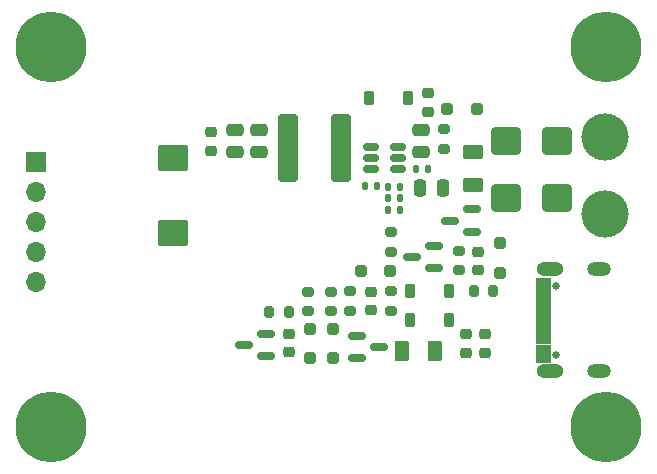
<source format=gbr>
G04 #@! TF.GenerationSoftware,KiCad,Pcbnew,8.0.8*
G04 #@! TF.CreationDate,2025-07-16T13:43:26+07:00*
G04 #@! TF.ProjectId,USBC_Prog_A7677S_V1.1,55534243-5f50-4726-9f67-5f4137363737,rev?*
G04 #@! TF.SameCoordinates,Original*
G04 #@! TF.FileFunction,Soldermask,Top*
G04 #@! TF.FilePolarity,Negative*
%FSLAX46Y46*%
G04 Gerber Fmt 4.6, Leading zero omitted, Abs format (unit mm)*
G04 Created by KiCad (PCBNEW 8.0.8) date 2025-07-16 13:43:26*
%MOMM*%
%LPD*%
G01*
G04 APERTURE LIST*
G04 Aperture macros list*
%AMRoundRect*
0 Rectangle with rounded corners*
0 $1 Rounding radius*
0 $2 $3 $4 $5 $6 $7 $8 $9 X,Y pos of 4 corners*
0 Add a 4 corners polygon primitive as box body*
4,1,4,$2,$3,$4,$5,$6,$7,$8,$9,$2,$3,0*
0 Add four circle primitives for the rounded corners*
1,1,$1+$1,$2,$3*
1,1,$1+$1,$4,$5*
1,1,$1+$1,$6,$7*
1,1,$1+$1,$8,$9*
0 Add four rect primitives between the rounded corners*
20,1,$1+$1,$2,$3,$4,$5,0*
20,1,$1+$1,$4,$5,$6,$7,0*
20,1,$1+$1,$6,$7,$8,$9,0*
20,1,$1+$1,$8,$9,$2,$3,0*%
G04 Aperture macros list end*
%ADD10C,0.010000*%
%ADD11C,6.000000*%
%ADD12RoundRect,0.200000X0.275000X-0.200000X0.275000X0.200000X-0.275000X0.200000X-0.275000X-0.200000X0*%
%ADD13RoundRect,0.225000X0.250000X-0.225000X0.250000X0.225000X-0.250000X0.225000X-0.250000X-0.225000X0*%
%ADD14RoundRect,0.250000X0.475000X-0.250000X0.475000X0.250000X-0.475000X0.250000X-0.475000X-0.250000X0*%
%ADD15RoundRect,0.140000X0.140000X0.170000X-0.140000X0.170000X-0.140000X-0.170000X0.140000X-0.170000X0*%
%ADD16RoundRect,0.250000X0.250000X-0.250000X0.250000X0.250000X-0.250000X0.250000X-0.250000X-0.250000X0*%
%ADD17RoundRect,0.250000X-0.625000X0.375000X-0.625000X-0.375000X0.625000X-0.375000X0.625000X0.375000X0*%
%ADD18RoundRect,0.135000X0.135000X0.185000X-0.135000X0.185000X-0.135000X-0.185000X0.135000X-0.185000X0*%
%ADD19RoundRect,0.150000X0.587500X0.150000X-0.587500X0.150000X-0.587500X-0.150000X0.587500X-0.150000X0*%
%ADD20RoundRect,0.135000X-0.135000X-0.185000X0.135000X-0.185000X0.135000X0.185000X-0.135000X0.185000X0*%
%ADD21RoundRect,0.250000X-0.600000X-2.600000X0.600000X-2.600000X0.600000X2.600000X-0.600000X2.600000X0*%
%ADD22R,1.700000X1.700000*%
%ADD23O,1.700000X1.700000*%
%ADD24RoundRect,0.225000X-0.250000X0.225000X-0.250000X-0.225000X0.250000X-0.225000X0.250000X0.225000X0*%
%ADD25RoundRect,0.140000X-0.140000X-0.170000X0.140000X-0.170000X0.140000X0.170000X-0.140000X0.170000X0*%
%ADD26C,4.000000*%
%ADD27RoundRect,0.150000X-0.587500X-0.150000X0.587500X-0.150000X0.587500X0.150000X-0.587500X0.150000X0*%
%ADD28RoundRect,0.150000X0.512500X0.150000X-0.512500X0.150000X-0.512500X-0.150000X0.512500X-0.150000X0*%
%ADD29RoundRect,0.225000X-0.225000X-0.375000X0.225000X-0.375000X0.225000X0.375000X-0.225000X0.375000X0*%
%ADD30RoundRect,0.250000X-1.000000X-0.900000X1.000000X-0.900000X1.000000X0.900000X-1.000000X0.900000X0*%
%ADD31RoundRect,0.200000X-0.275000X0.200000X-0.275000X-0.200000X0.275000X-0.200000X0.275000X0.200000X0*%
%ADD32RoundRect,0.250000X-1.025000X0.875000X-1.025000X-0.875000X1.025000X-0.875000X1.025000X0.875000X0*%
%ADD33O,2.004000X1.204000*%
%ADD34O,2.304000X1.204000*%
%ADD35C,0.650000*%
%ADD36RoundRect,0.250000X-0.250000X0.250000X-0.250000X-0.250000X0.250000X-0.250000X0.250000X0.250000X0*%
%ADD37RoundRect,0.250000X0.250000X0.475000X-0.250000X0.475000X-0.250000X-0.475000X0.250000X-0.475000X0*%
%ADD38RoundRect,0.200000X-0.200000X-0.275000X0.200000X-0.275000X0.200000X0.275000X-0.200000X0.275000X0*%
%ADD39RoundRect,0.250000X-0.250000X-0.250000X0.250000X-0.250000X0.250000X0.250000X-0.250000X0.250000X0*%
%ADD40RoundRect,0.250000X0.375000X0.625000X-0.375000X0.625000X-0.375000X-0.625000X0.375000X-0.625000X0*%
%ADD41RoundRect,0.250000X0.250000X0.250000X-0.250000X0.250000X-0.250000X-0.250000X0.250000X-0.250000X0*%
G04 APERTURE END LIST*
D10*
G04 #@! TO.C,J1*
X126770000Y-91900000D02*
X125520000Y-91900000D01*
X125520000Y-91200000D01*
X126770000Y-91200000D01*
X126770000Y-91900000D01*
G36*
X126770000Y-91900000D02*
G01*
X125520000Y-91900000D01*
X125520000Y-91200000D01*
X126770000Y-91200000D01*
X126770000Y-91900000D01*
G37*
X126770000Y-91100000D02*
X125520000Y-91100000D01*
X125520000Y-90400000D01*
X126770000Y-90400000D01*
X126770000Y-91100000D01*
G36*
X126770000Y-91100000D02*
G01*
X125520000Y-91100000D01*
X125520000Y-90400000D01*
X126770000Y-90400000D01*
X126770000Y-91100000D01*
G37*
X126770000Y-90300000D02*
X125520000Y-90300000D01*
X125520000Y-89900000D01*
X126770000Y-89900000D01*
X126770000Y-90300000D01*
G36*
X126770000Y-90300000D02*
G01*
X125520000Y-90300000D01*
X125520000Y-89900000D01*
X126770000Y-89900000D01*
X126770000Y-90300000D01*
G37*
X126770000Y-89800000D02*
X125520000Y-89800000D01*
X125520000Y-89400000D01*
X126770000Y-89400000D01*
X126770000Y-89800000D01*
G36*
X126770000Y-89800000D02*
G01*
X125520000Y-89800000D01*
X125520000Y-89400000D01*
X126770000Y-89400000D01*
X126770000Y-89800000D01*
G37*
X126770000Y-89300000D02*
X125520000Y-89300000D01*
X125520000Y-88900000D01*
X126770000Y-88900000D01*
X126770000Y-89300000D01*
G36*
X126770000Y-89300000D02*
G01*
X125520000Y-89300000D01*
X125520000Y-88900000D01*
X126770000Y-88900000D01*
X126770000Y-89300000D01*
G37*
X126770000Y-88800000D02*
X125520000Y-88800000D01*
X125520000Y-88400000D01*
X126770000Y-88400000D01*
X126770000Y-88800000D01*
G36*
X126770000Y-88800000D02*
G01*
X125520000Y-88800000D01*
X125520000Y-88400000D01*
X126770000Y-88400000D01*
X126770000Y-88800000D01*
G37*
X126770000Y-88300000D02*
X125520000Y-88300000D01*
X125520000Y-87900000D01*
X126770000Y-87900000D01*
X126770000Y-88300000D01*
G36*
X126770000Y-88300000D02*
G01*
X125520000Y-88300000D01*
X125520000Y-87900000D01*
X126770000Y-87900000D01*
X126770000Y-88300000D01*
G37*
X126770000Y-87800000D02*
X125520000Y-87800000D01*
X125520000Y-87400000D01*
X126770000Y-87400000D01*
X126770000Y-87800000D01*
G36*
X126770000Y-87800000D02*
G01*
X125520000Y-87800000D01*
X125520000Y-87400000D01*
X126770000Y-87400000D01*
X126770000Y-87800000D01*
G37*
X126770000Y-87300000D02*
X125520000Y-87300000D01*
X125520000Y-86900000D01*
X126770000Y-86900000D01*
X126770000Y-87300000D01*
G36*
X126770000Y-87300000D02*
G01*
X125520000Y-87300000D01*
X125520000Y-86900000D01*
X126770000Y-86900000D01*
X126770000Y-87300000D01*
G37*
X126770000Y-86800000D02*
X125520000Y-86800000D01*
X125520000Y-86400000D01*
X126770000Y-86400000D01*
X126770000Y-86800000D01*
G36*
X126770000Y-86800000D02*
G01*
X125520000Y-86800000D01*
X125520000Y-86400000D01*
X126770000Y-86400000D01*
X126770000Y-86800000D01*
G37*
X126770000Y-86300000D02*
X125520000Y-86300000D01*
X125520000Y-85600000D01*
X126770000Y-85600000D01*
X126770000Y-86300000D01*
G36*
X126770000Y-86300000D02*
G01*
X125520000Y-86300000D01*
X125520000Y-85600000D01*
X126770000Y-85600000D01*
X126770000Y-86300000D01*
G37*
X126770000Y-85500000D02*
X125520000Y-85500000D01*
X125520000Y-84800000D01*
X126770000Y-84800000D01*
X126770000Y-85500000D01*
G36*
X126770000Y-85500000D02*
G01*
X125520000Y-85500000D01*
X125520000Y-84800000D01*
X126770000Y-84800000D01*
X126770000Y-85500000D01*
G37*
G04 #@! TD*
D11*
G04 #@! TO.C,TP6*
X131500000Y-97400000D03*
G04 #@! TD*
G04 #@! TO.C,TP5*
X131500000Y-65200000D03*
G04 #@! TD*
G04 #@! TO.C,TP4*
X84500000Y-97400000D03*
G04 #@! TD*
G04 #@! TO.C,TP3*
X84500000Y-65200000D03*
G04 #@! TD*
D12*
G04 #@! TO.C,R40*
X119075000Y-84125000D03*
X119075000Y-82475000D03*
G04 #@! TD*
G04 #@! TO.C,R4*
X106250000Y-87575000D03*
X106250000Y-85925000D03*
G04 #@! TD*
D13*
G04 #@! TO.C,C41*
X121200000Y-91075000D03*
X121200000Y-89525000D03*
G04 #@! TD*
D14*
G04 #@! TO.C,C40*
X100050000Y-74100000D03*
X100050000Y-72200000D03*
G04 #@! TD*
D15*
G04 #@! TO.C,C37*
X112055000Y-76950000D03*
X111095000Y-76950000D03*
G04 #@! TD*
G04 #@! TO.C,C36*
X116380000Y-75500000D03*
X115420000Y-75500000D03*
G04 #@! TD*
D16*
G04 #@! TO.C,D4*
X108400000Y-91550000D03*
X108400000Y-89050000D03*
G04 #@! TD*
D13*
G04 #@! TO.C,C1*
X119640000Y-91090000D03*
X119640000Y-89540000D03*
G04 #@! TD*
D17*
G04 #@! TO.C,F2*
X120210000Y-74120000D03*
X120210000Y-76920000D03*
G04 #@! TD*
D14*
G04 #@! TO.C,C34*
X115800000Y-74100000D03*
X115800000Y-72200000D03*
G04 #@! TD*
D18*
G04 #@! TO.C,R26*
X114035000Y-77025000D03*
X113015000Y-77025000D03*
G04 #@! TD*
D19*
G04 #@! TO.C,Q2*
X102737500Y-91375000D03*
X102737500Y-89475000D03*
X100862500Y-90425000D03*
G04 #@! TD*
D14*
G04 #@! TO.C,C39*
X102100000Y-74100000D03*
X102100000Y-72200000D03*
G04 #@! TD*
D20*
G04 #@! TO.C,R29*
X113015000Y-78025000D03*
X114035000Y-78025000D03*
G04 #@! TD*
D21*
G04 #@! TO.C,L1*
X104526094Y-73774164D03*
X109026094Y-73774164D03*
G04 #@! TD*
D22*
G04 #@! TO.C,J3*
X83250000Y-74925000D03*
D23*
X83250000Y-77465000D03*
X83250000Y-80005000D03*
X83250000Y-82545000D03*
X83250000Y-85085000D03*
G04 #@! TD*
D24*
G04 #@! TO.C,C29*
X120650000Y-82525000D03*
X120650000Y-84075000D03*
G04 #@! TD*
D25*
G04 #@! TO.C,C38*
X113045000Y-79025000D03*
X114005000Y-79025000D03*
G04 #@! TD*
D26*
G04 #@! TO.C,TP1*
X131400000Y-79330000D03*
G04 #@! TD*
D27*
G04 #@! TO.C,Q1*
X110412500Y-89650000D03*
X110412500Y-91550000D03*
X112287500Y-90600000D03*
G04 #@! TD*
D28*
G04 #@! TO.C,U3*
X113837500Y-75550000D03*
X113837500Y-74600000D03*
X113837500Y-73650000D03*
X111562500Y-73650000D03*
X111562500Y-74600000D03*
X111562500Y-75550000D03*
G04 #@! TD*
D29*
G04 #@! TO.C,D5*
X114850000Y-85900000D03*
X118150000Y-85900000D03*
G04 #@! TD*
D30*
G04 #@! TO.C,D8*
X123032500Y-78000000D03*
X127332500Y-78000000D03*
G04 #@! TD*
D31*
G04 #@! TO.C,R30*
X113300000Y-80875000D03*
X113300000Y-82525000D03*
G04 #@! TD*
D32*
G04 #@! TO.C,C4*
X94800000Y-74575000D03*
X94800000Y-80975000D03*
G04 #@! TD*
D19*
G04 #@! TO.C,Q12*
X120137500Y-80850000D03*
X120137500Y-78950000D03*
X118262500Y-79900000D03*
G04 #@! TD*
D33*
G04 #@! TO.C,J1*
X130900000Y-84030000D03*
X130900000Y-92670000D03*
D34*
X126720000Y-84030000D03*
X126720000Y-92670000D03*
D35*
X127220000Y-85460000D03*
X127220000Y-91240000D03*
G04 #@! TD*
D12*
G04 #@! TO.C,R43*
X113300000Y-87525000D03*
X113300000Y-85875000D03*
G04 #@! TD*
D30*
G04 #@! TO.C,D6*
X123050000Y-73130000D03*
X127350000Y-73130000D03*
G04 #@! TD*
D36*
G04 #@! TO.C,D14*
X122510000Y-81822500D03*
X122510000Y-84322500D03*
G04 #@! TD*
D37*
G04 #@! TO.C,C15*
X117650000Y-77100000D03*
X115750000Y-77100000D03*
G04 #@! TD*
D16*
G04 #@! TO.C,D3*
X106400000Y-91550000D03*
X106400000Y-89050000D03*
G04 #@! TD*
D13*
G04 #@! TO.C,C3*
X104650000Y-91025000D03*
X104650000Y-89475000D03*
G04 #@! TD*
D38*
G04 #@! TO.C,R3*
X102975000Y-87600000D03*
X104625000Y-87600000D03*
G04 #@! TD*
D31*
G04 #@! TO.C,R2*
X117800000Y-72155000D03*
X117800000Y-73805000D03*
G04 #@! TD*
D39*
G04 #@! TO.C,D1*
X118042500Y-70450000D03*
X120542500Y-70450000D03*
G04 #@! TD*
D13*
G04 #@! TO.C,C5*
X98050000Y-73975000D03*
X98050000Y-72425000D03*
G04 #@! TD*
D26*
G04 #@! TO.C,TP10*
X131400000Y-72830000D03*
G04 #@! TD*
D38*
G04 #@! TO.C,R39*
X120275000Y-85900000D03*
X121925000Y-85900000D03*
G04 #@! TD*
D29*
G04 #@! TO.C,D2*
X111400000Y-69550000D03*
X114700000Y-69550000D03*
G04 #@! TD*
D24*
G04 #@! TO.C,C2*
X116400000Y-69125000D03*
X116400000Y-70675000D03*
G04 #@! TD*
D40*
G04 #@! TO.C,F1*
X117025000Y-90900000D03*
X114225000Y-90900000D03*
G04 #@! TD*
D12*
G04 #@! TO.C,R1*
X108175000Y-87575000D03*
X108175000Y-85925000D03*
G04 #@! TD*
D24*
G04 #@! TO.C,C30*
X111600000Y-85925000D03*
X111600000Y-87475000D03*
G04 #@! TD*
D19*
G04 #@! TO.C,Q3*
X116937500Y-83912500D03*
X116937500Y-82012500D03*
X115062500Y-82962500D03*
G04 #@! TD*
D12*
G04 #@! TO.C,R38*
X109800000Y-87550000D03*
X109800000Y-85900000D03*
G04 #@! TD*
D29*
G04 #@! TO.C,D7*
X114850000Y-88300000D03*
X118150000Y-88300000D03*
G04 #@! TD*
D41*
G04 #@! TO.C,D13*
X113225000Y-84200000D03*
X110725000Y-84200000D03*
G04 #@! TD*
M02*

</source>
